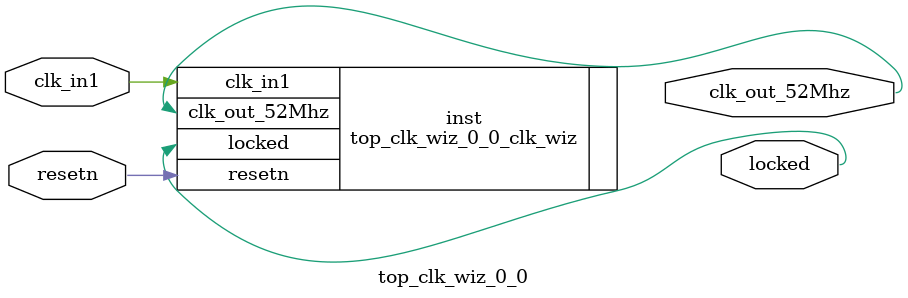
<source format=v>


`timescale 1ps/1ps

(* CORE_GENERATION_INFO = "top_clk_wiz_0_0,clk_wiz_v6_0_14_0_0,{component_name=top_clk_wiz_0_0,use_phase_alignment=false,use_min_o_jitter=true,use_max_i_jitter=false,use_dyn_phase_shift=false,use_inclk_switchover=false,use_dyn_reconfig=false,enable_axi=0,feedback_source=FDBK_AUTO,PRIMITIVE=PLL,num_out_clk=1,clkin1_period=10.000,clkin2_period=10.000,use_power_down=false,use_reset=true,use_locked=true,use_inclk_stopped=false,feedback_type=SINGLE,CLOCK_MGR_TYPE=NA,manual_override=false}" *)

module top_clk_wiz_0_0 
 (
  // Clock out ports
  output        clk_out_52Mhz,
  // Status and control signals
  input         resetn,
  output        locked,
 // Clock in ports
  input         clk_in1
 );

  top_clk_wiz_0_0_clk_wiz inst
  (
  // Clock out ports  
  .clk_out_52Mhz(clk_out_52Mhz),
  // Status and control signals               
  .resetn(resetn), 
  .locked(locked),
 // Clock in ports
  .clk_in1(clk_in1)
  );

endmodule

</source>
